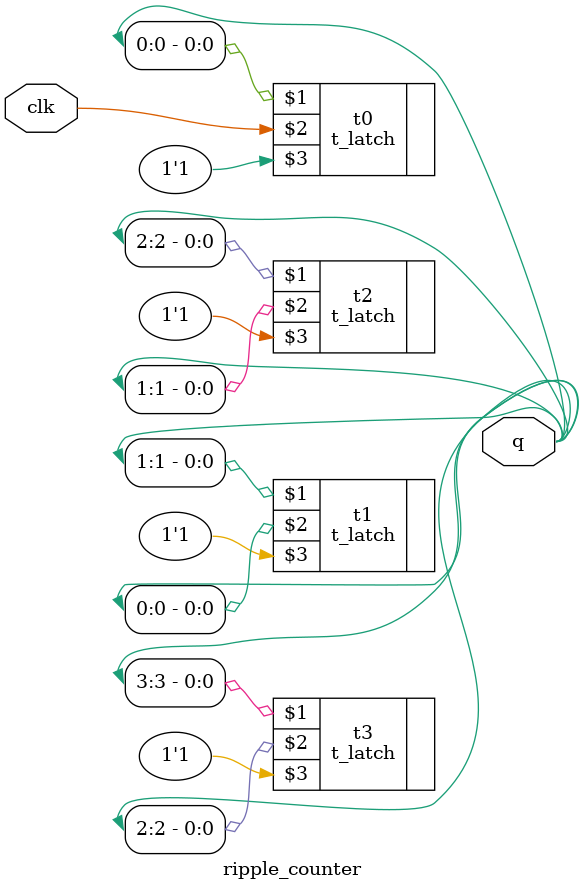
<source format=v>
`timescale 1ns / 1ps


module ripple_counter(output [3:0] q, input clk);
  wire clk1, clk2, clk3;
  t_latch t0(q[0], clk, 1'b1);
  t_latch t1(q[1], q[0], 1'b1);
  t_latch t2(q[2], q[1], 1'b1);
  t_latch t3(q[3], q[2], 1'b1);
endmodule



</source>
